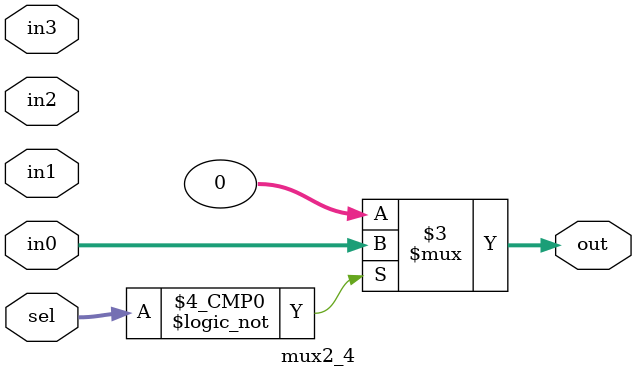
<source format=v>
module mux2_4 #(parameter BIT_WIDTH = 32)
(
  input  [1:0]           sel,
  input  [BIT_WIDTH-1:0] in0,
  input  [BIT_WIDTH-1:0] in1,
  input  [BIT_WIDTH-1:0] in2,
  input  [BIT_WIDTH-1:0] in3,
  output [BIT_WIDTH-1:0] out 
);
always @(*) begin
  case (sel)
    2'b00: out = in0;
    2'b00: out = in1;
    2'b00: out = in2;
    2'b00: out = in3;
    default : out = 0;
  endcase
end
endmodule
</source>
